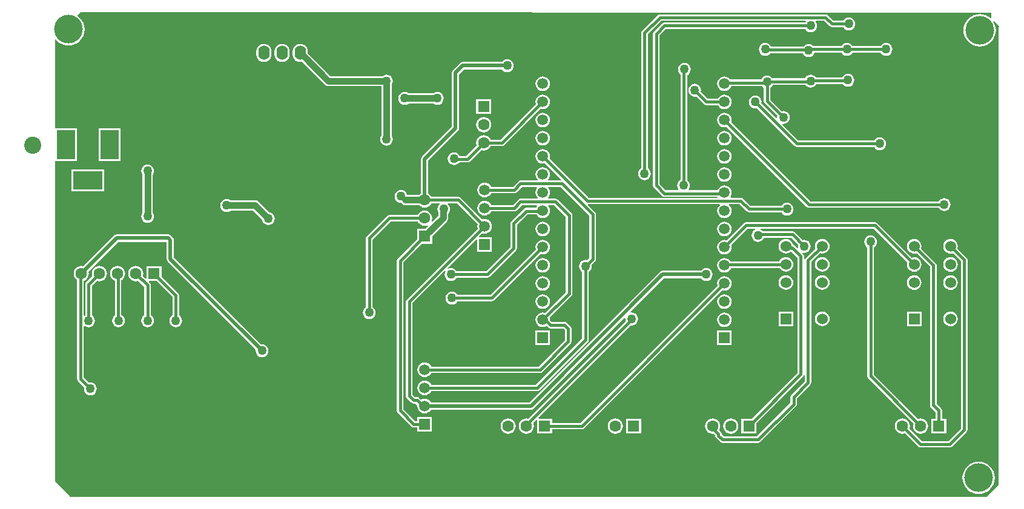
<source format=gbl>
G04*
G04 #@! TF.GenerationSoftware,Altium Limited,Altium Designer,21.2.1 (34)*
G04*
G04 Layer_Physical_Order=2*
G04 Layer_Color=16711680*
%FSTAX24Y24*%
%MOIN*%
G70*
G04*
G04 #@! TF.SameCoordinates,F2E00263-BE93-4D19-96D2-DD2F20D6CEC5*
G04*
G04*
G04 #@! TF.FilePolarity,Positive*
G04*
G01*
G75*
%ADD71C,0.0350*%
%ADD72C,0.0150*%
%ADD73C,0.0197*%
%ADD74C,0.0354*%
%ADD75R,0.1600X0.1000*%
%ADD76R,0.1000X0.1600*%
%ADD77C,0.0630*%
%ADD78R,0.0630X0.0630*%
%ADD79C,0.1575*%
%ADD80R,0.0598X0.0598*%
%ADD81C,0.0598*%
%ADD82R,0.0630X0.0630*%
%ADD83C,0.0600*%
%ADD84R,0.0600X0.0600*%
%ADD85O,0.0630X0.0787*%
%ADD86C,0.0945*%
%ADD87C,0.0500*%
G36*
X062Y0497D02*
Y049429D01*
X06195Y049406D01*
X061845Y049491D01*
X061691Y049574D01*
X061524Y049625D01*
X06135Y049642D01*
X061176Y049625D01*
X061009Y049574D01*
X060855Y049491D01*
X060719Y049381D01*
X060609Y049245D01*
X060526Y049091D01*
X060475Y048924D01*
X060458Y04875D01*
X060475Y048576D01*
X060526Y048409D01*
X060609Y048255D01*
X060719Y048119D01*
X060855Y048009D01*
X061009Y047926D01*
X061176Y047875D01*
X06135Y047858D01*
X061524Y047875D01*
X061691Y047926D01*
X061845Y048009D01*
X061981Y048119D01*
X062091Y048255D01*
X062174Y048409D01*
X062225Y048576D01*
X062242Y04875D01*
X062225Y048924D01*
X062174Y049091D01*
X0621Y049229D01*
X062141Y049259D01*
X06245Y04895D01*
X0624Y0489D01*
Y0237D01*
X06175Y02305D01*
X01125D01*
Y0231D01*
X01045Y0239D01*
Y04155D01*
X01165D01*
Y04335D01*
X01045D01*
Y048236D01*
X0105Y048254D01*
X010569Y048169D01*
X010705Y048059D01*
X010859Y047976D01*
X011026Y047925D01*
X0112Y047908D01*
X011374Y047925D01*
X011541Y047976D01*
X011695Y048059D01*
X011831Y048169D01*
X011941Y048305D01*
X012024Y048459D01*
X012075Y048626D01*
X012092Y0488D01*
X012075Y048974D01*
X012024Y049141D01*
X011941Y049295D01*
X011831Y049431D01*
X011705Y049534D01*
X011691Y049591D01*
X01185Y04975D01*
X062Y0497D01*
D02*
G37*
%LPC*%
G36*
X04375Y049628D02*
X043682Y049615D01*
X043624Y049576D01*
X043624Y049576D01*
X042774Y048726D01*
X042735Y048668D01*
X042722Y0486D01*
Y041154D01*
X04265Y0411D01*
X042594Y041027D01*
X042559Y040941D01*
X042547Y04085D01*
X042559Y040759D01*
X042594Y040673D01*
X04265Y0406D01*
X042723Y040544D01*
X042809Y040509D01*
X0429Y040497D01*
X042991Y040509D01*
X043077Y040544D01*
X04315Y0406D01*
X043206Y040673D01*
X043241Y040759D01*
X043253Y04085D01*
X043241Y040941D01*
X043206Y041027D01*
X04315Y0411D01*
X043078Y041154D01*
Y048526D01*
X043824Y049272D01*
X051754D01*
X051779Y049222D01*
X051746Y049178D01*
X044D01*
X043932Y049165D01*
X043874Y049126D01*
X043424Y048676D01*
X043385Y048618D01*
X043372Y04855D01*
Y0402D01*
X043385Y040132D01*
X043424Y040074D01*
X043862Y039636D01*
X04392Y039597D01*
X043988Y039584D01*
X043988Y039584D01*
X046927D01*
X04693Y039578D01*
X046902Y039528D01*
X039832D01*
X037679Y041681D01*
X037689Y041704D01*
X037703Y041808D01*
X037689Y041912D01*
X037649Y04201D01*
X037585Y042093D01*
X037501Y042157D01*
X037404Y042197D01*
X0373Y042211D01*
X037196Y042197D01*
X037099Y042157D01*
X037015Y042093D01*
X036951Y04201D01*
X036911Y041912D01*
X036897Y041808D01*
X036911Y041704D01*
X036951Y041607D01*
X037015Y041524D01*
X037099Y04146D01*
X037196Y041419D01*
X0373Y041406D01*
X037404Y041419D01*
X037427Y041429D01*
X038328Y040528D01*
X038307Y040478D01*
X0376D01*
X037597Y040487D01*
X037588Y040528D01*
X037649Y040607D01*
X037689Y040704D01*
X037703Y040808D01*
X037689Y040912D01*
X037649Y04101D01*
X037585Y041093D01*
X037501Y041157D01*
X037404Y041197D01*
X0373Y041211D01*
X037196Y041197D01*
X037099Y041157D01*
X037015Y041093D01*
X036951Y04101D01*
X036911Y040912D01*
X036897Y040808D01*
X036911Y040704D01*
X036951Y040607D01*
X037012Y040528D01*
X037003Y040487D01*
X037Y040478D01*
X036071D01*
X036071Y040478D01*
X036003Y040465D01*
X035945Y040426D01*
X035945Y040426D01*
X035647Y040128D01*
X034458D01*
X034449Y040151D01*
X034385Y040235D01*
X034301Y040299D01*
X034204Y040339D01*
X0341Y040353D01*
X033996Y040339D01*
X033899Y040299D01*
X033815Y040235D01*
X033751Y040151D01*
X033711Y040054D01*
X033697Y03995D01*
X033711Y039846D01*
X033751Y039749D01*
X033815Y039665D01*
X033899Y039601D01*
X033996Y039561D01*
X0341Y039547D01*
X034204Y039561D01*
X034301Y039601D01*
X034385Y039665D01*
X034449Y039749D01*
X034458Y039772D01*
X035721D01*
X035789Y039785D01*
X035847Y039824D01*
X036145Y040122D01*
X036974D01*
X036999Y040072D01*
X036951Y04001D01*
X036911Y039912D01*
X036897Y039808D01*
X036911Y039704D01*
X036951Y039607D01*
X037012Y039528D01*
X037003Y039487D01*
X037Y039478D01*
X036071D01*
X036071Y039478D01*
X036003Y039465D01*
X035945Y039426D01*
X035945Y039426D01*
X035647Y039128D01*
X034458D01*
X034449Y039151D01*
X034385Y039235D01*
X034301Y039299D01*
X034204Y039339D01*
X0341Y039353D01*
X033996Y039339D01*
X033899Y039299D01*
X033815Y039235D01*
X033751Y039151D01*
X033711Y039054D01*
X033697Y03895D01*
X033711Y038846D01*
X033751Y038749D01*
X033815Y038665D01*
X033899Y038601D01*
X033996Y038561D01*
X0341Y038547D01*
X034204Y038561D01*
X034301Y038601D01*
X034385Y038665D01*
X034449Y038749D01*
X034458Y038772D01*
X035721D01*
X035789Y038785D01*
X035847Y038824D01*
X036145Y039122D01*
X036974D01*
X036999Y039072D01*
X036951Y03901D01*
X036937Y038976D01*
X036397D01*
X036329Y038962D01*
X036271Y038924D01*
X036271Y038924D01*
X035574Y038226D01*
X035535Y038168D01*
X035522Y0381D01*
Y036824D01*
X034176Y035478D01*
X032554D01*
X0325Y03555D01*
X032427Y035606D01*
X032341Y035641D01*
X03225Y035653D01*
X032159Y035641D01*
X032073Y035606D01*
X032049Y035647D01*
X033655Y037252D01*
X033701Y037233D01*
Y036551D01*
X034499D01*
Y037349D01*
X033817D01*
X033798Y037395D01*
X033973Y037571D01*
X033996Y037561D01*
X0341Y037547D01*
X034204Y037561D01*
X034301Y037601D01*
X034385Y037665D01*
X034449Y037749D01*
X034489Y037846D01*
X034503Y03795D01*
X034489Y038054D01*
X034449Y038151D01*
X034385Y038235D01*
X034301Y038299D01*
X034204Y038339D01*
X0341Y038353D01*
X033996Y038339D01*
X033973Y038329D01*
X032776Y039526D01*
X032718Y039565D01*
X03265Y039578D01*
X031175D01*
X031162Y039609D01*
X031096Y039696D01*
X031009Y039762D01*
X031002Y039765D01*
Y041566D01*
X032643Y043207D01*
X032687Y043273D01*
X032702Y04335D01*
Y046316D01*
X032984Y046598D01*
X035064D01*
X0351Y04655D01*
X035173Y046494D01*
X035259Y046459D01*
X03535Y046447D01*
X035441Y046459D01*
X035527Y046494D01*
X0356Y04655D01*
X035656Y046623D01*
X035691Y046709D01*
X035703Y0468D01*
X035691Y046891D01*
X035656Y046977D01*
X0356Y04705D01*
X035527Y047106D01*
X035441Y047141D01*
X03535Y047153D01*
X035259Y047141D01*
X035173Y047106D01*
X0351Y04705D01*
X035064Y047002D01*
X0329D01*
X032823Y046987D01*
X032757Y046943D01*
X032357Y046543D01*
X032313Y046477D01*
X032298Y0464D01*
Y043434D01*
X030657Y041793D01*
X030613Y041727D01*
X030598Y04165D01*
Y039765D01*
X030591Y039762D01*
X030504Y039696D01*
X03049Y039677D01*
X029843D01*
X029841Y039691D01*
X029806Y039777D01*
X02975Y03985D01*
X029677Y039906D01*
X029591Y039941D01*
X0295Y039953D01*
X029409Y039941D01*
X029323Y039906D01*
X02925Y03985D01*
X029194Y039777D01*
X029159Y039691D01*
X029147Y0396D01*
X029159Y039509D01*
X029194Y039423D01*
X02925Y03935D01*
X029323Y039294D01*
X029409Y039259D01*
X0295Y039247D01*
X02951Y039248D01*
X029544Y039204D01*
X029602Y03916D01*
X029669Y039132D01*
X029741Y039123D01*
X03049D01*
X030504Y039104D01*
X030591Y039038D01*
X030692Y038996D01*
X0308Y038981D01*
X030908Y038996D01*
X031009Y039038D01*
X031096Y039104D01*
X031162Y039191D01*
X031175Y039222D01*
X031612D01*
X031629Y039172D01*
X0316Y03915D01*
X031544Y039077D01*
X031509Y038991D01*
X031497Y0389D01*
X031509Y038809D01*
X031544Y038724D01*
Y038536D01*
X031229Y038222D01*
X031187Y03825D01*
X031204Y038292D01*
X031219Y0384D01*
X031204Y038508D01*
X031162Y038609D01*
X031096Y038696D01*
X031009Y038762D01*
X030908Y038804D01*
X0308Y038819D01*
X030692Y038804D01*
X030591Y038762D01*
X030504Y038696D01*
X030438Y038609D01*
X030425Y038578D01*
X02885D01*
X02885Y038578D01*
X028782Y038565D01*
X028724Y038526D01*
X027624Y037426D01*
X027585Y037368D01*
X027572Y0373D01*
Y033504D01*
X0275Y03345D01*
X027444Y033377D01*
X027409Y033291D01*
X027397Y0332D01*
X027409Y033109D01*
X027444Y033023D01*
X0275Y03295D01*
X027573Y032894D01*
X027659Y032859D01*
X02775Y032847D01*
X027841Y032859D01*
X027927Y032894D01*
X028Y03295D01*
X028056Y033023D01*
X028091Y033109D01*
X028103Y0332D01*
X028091Y033291D01*
X028056Y033377D01*
X028Y03345D01*
X027928Y033504D01*
Y037226D01*
X028924Y038222D01*
X030425D01*
X030438Y038191D01*
X030504Y038104D01*
X030591Y038038D01*
X030692Y037996D01*
X0308Y037981D01*
X030908Y037996D01*
X03095Y038013D01*
X030978Y037971D01*
X030823Y037815D01*
X030385D01*
Y037237D01*
X029324Y036176D01*
X029285Y036118D01*
X029272Y03605D01*
Y0278D01*
X029285Y027732D01*
X029324Y027674D01*
X030074Y026924D01*
X030132Y026885D01*
X0302Y026872D01*
X030401D01*
Y026651D01*
X031199D01*
Y027449D01*
X030401D01*
Y027228D01*
X030274D01*
X029628Y027874D01*
Y035976D01*
X030637Y036985D01*
X031215D01*
Y037423D01*
X032017Y038225D01*
X032062Y038283D01*
X032089Y03835D01*
X032099Y038421D01*
Y03865D01*
X0321Y03865D01*
X032156Y038723D01*
X032191Y038809D01*
X032203Y0389D01*
X032191Y038991D01*
X032156Y039077D01*
X0321Y03915D01*
X032071Y039172D01*
X032088Y039222D01*
X032576D01*
X033721Y038077D01*
X033711Y038054D01*
X033697Y03795D01*
X033711Y037846D01*
X033721Y037823D01*
X029824Y033926D01*
X029785Y033868D01*
X029772Y0338D01*
Y0286D01*
X029785Y028532D01*
X029824Y028474D01*
X030056Y028242D01*
X030114Y028203D01*
X030182Y028189D01*
X030303D01*
X030403Y02809D01*
X030397Y02805D01*
X030411Y027946D01*
X030451Y027849D01*
X030515Y027765D01*
X030599Y027701D01*
X030696Y027661D01*
X0308Y027647D01*
X030904Y027661D01*
X031001Y027701D01*
X031085Y027765D01*
X031148Y027848D01*
X03665D01*
X036727Y027863D01*
X036793Y027907D01*
X041806Y03292D01*
X041853Y032896D01*
X041847Y03285D01*
X041859Y032759D01*
X041873Y032725D01*
X036503Y027355D01*
X0364Y027369D01*
X036292Y027354D01*
X036191Y027312D01*
X036104Y027246D01*
X036038Y027159D01*
X035996Y027058D01*
X035981Y02695D01*
X035996Y026842D01*
X036038Y026741D01*
X036104Y026654D01*
X036191Y026588D01*
X036292Y026546D01*
X0364Y026531D01*
X036508Y026546D01*
X036609Y026588D01*
X036696Y026654D01*
X036762Y026741D01*
X036804Y026842D01*
X036819Y02695D01*
X036804Y027058D01*
X036777Y027125D01*
X036939Y027287D01*
X036985Y027267D01*
Y026535D01*
X037815D01*
Y026772D01*
X039442D01*
X03951Y026785D01*
X039568Y026824D01*
X047173Y034429D01*
X047196Y034419D01*
X0473Y034406D01*
X047404Y034419D01*
X047501Y03446D01*
X047585Y034524D01*
X047649Y034607D01*
X047689Y034704D01*
X047703Y034808D01*
X047689Y034912D01*
X047649Y03501D01*
X047585Y035093D01*
X047501Y035157D01*
X047404Y035197D01*
X0473Y035211D01*
X047196Y035197D01*
X047099Y035157D01*
X047015Y035093D01*
X046951Y03501D01*
X046911Y034912D01*
X046897Y034808D01*
X046911Y034704D01*
X046921Y034681D01*
X039368Y027128D01*
X037815D01*
Y027365D01*
X037083D01*
X037063Y027411D01*
X042155Y032503D01*
X0422Y032497D01*
X042291Y032509D01*
X042377Y032544D01*
X04245Y0326D01*
X042506Y032673D01*
X042541Y032759D01*
X042553Y03285D01*
X042541Y032941D01*
X042506Y033027D01*
X04245Y0331D01*
X042377Y033156D01*
X042291Y033191D01*
X0422Y033203D01*
X042154Y033197D01*
X04213Y033244D01*
X043984Y035098D01*
X046014D01*
X04605Y03505D01*
X046123Y034994D01*
X046209Y034959D01*
X0463Y034947D01*
X046391Y034959D01*
X046477Y034994D01*
X04655Y03505D01*
X046606Y035123D01*
X046641Y035209D01*
X046653Y0353D01*
X046641Y035391D01*
X046606Y035477D01*
X04655Y03555D01*
X046477Y035606D01*
X046391Y035641D01*
X0463Y035653D01*
X046209Y035641D01*
X046123Y035606D01*
X04605Y03555D01*
X046014Y035502D01*
X0439D01*
X043823Y035487D01*
X043757Y035443D01*
X036566Y028252D01*
X031148D01*
X031085Y028335D01*
X031001Y028399D01*
X030904Y028439D01*
X0308Y028453D01*
X030696Y028439D01*
X030599Y028399D01*
X030598Y028398D01*
X030503Y028494D01*
X030445Y028533D01*
X030377Y028546D01*
X030256D01*
X030128Y028674D01*
Y033726D01*
X031903Y035501D01*
X031944Y035477D01*
X031909Y035391D01*
X031897Y0353D01*
X031909Y035209D01*
X031944Y035123D01*
X032Y03505D01*
X032073Y034994D01*
X032159Y034959D01*
X03225Y034947D01*
X032341Y034959D01*
X032427Y034994D01*
X0325Y03505D01*
X032554Y035122D01*
X03425D01*
X034318Y035135D01*
X034376Y035174D01*
X035826Y036624D01*
X035826Y036624D01*
X035865Y036682D01*
X035878Y03675D01*
X035878Y03675D01*
Y038026D01*
X036471Y038619D01*
X036946D01*
X036951Y038607D01*
X037015Y038524D01*
X037099Y03846D01*
X037196Y038419D01*
X0373Y038406D01*
X037404Y038419D01*
X037501Y03846D01*
X037585Y038524D01*
X037649Y038607D01*
X037689Y038704D01*
X037703Y038808D01*
X037689Y038912D01*
X037649Y03901D01*
X037601Y039072D01*
X037626Y039122D01*
X037926D01*
X038572Y038476D01*
Y034332D01*
X037427Y033188D01*
X037404Y033197D01*
X0373Y033211D01*
X037196Y033197D01*
X037099Y033157D01*
X037015Y033093D01*
X036951Y03301D01*
X036911Y032912D01*
X036897Y032808D01*
X036911Y032704D01*
X036951Y032607D01*
X037015Y032524D01*
X037099Y03246D01*
X037196Y032419D01*
X0373Y032406D01*
X037404Y032419D01*
X037501Y03246D01*
X037511Y032467D01*
X037593Y032384D01*
X037593Y032384D01*
X037651Y032345D01*
X037719Y032332D01*
X037719Y032332D01*
X038428D01*
X038522Y032238D01*
Y031674D01*
X037076Y030228D01*
X031158D01*
X031149Y030251D01*
X031085Y030335D01*
X031001Y030399D01*
X030904Y030439D01*
X0308Y030453D01*
X030696Y030439D01*
X030599Y030399D01*
X030515Y030335D01*
X030451Y030251D01*
X030411Y030154D01*
X030397Y03005D01*
X030411Y029946D01*
X030451Y029849D01*
X030515Y029765D01*
X030599Y029701D01*
X030696Y029661D01*
X0308Y029647D01*
X030904Y029661D01*
X031001Y029701D01*
X031085Y029765D01*
X031149Y029849D01*
X031158Y029872D01*
X03715D01*
X037218Y029885D01*
X037276Y029924D01*
X038826Y031474D01*
X038865Y031532D01*
X038878Y0316D01*
Y032312D01*
X038878Y032312D01*
X038865Y03238D01*
X038826Y032438D01*
X038826Y032438D01*
X038628Y032636D01*
X03857Y032675D01*
X038502Y032689D01*
X037793D01*
X037699Y032783D01*
X037703Y032808D01*
X037689Y032912D01*
X037679Y032935D01*
X038876Y034132D01*
X038876Y034132D01*
X038915Y03419D01*
X038928Y034258D01*
X038928Y034258D01*
Y03855D01*
X038915Y038618D01*
X038876Y038676D01*
X038126Y039426D01*
X038068Y039465D01*
X038Y039478D01*
X0376D01*
X037597Y039487D01*
X037588Y039528D01*
X037649Y039607D01*
X037689Y039704D01*
X037703Y039808D01*
X037689Y039912D01*
X037649Y04001D01*
X037601Y040072D01*
X037626Y040122D01*
X038276D01*
X039872Y038526D01*
Y036224D01*
X039739Y036091D01*
X03965Y036103D01*
X039559Y036091D01*
X039473Y036056D01*
X0394Y036D01*
X039344Y035927D01*
X039309Y035841D01*
X039297Y03575D01*
X039309Y035659D01*
X039344Y035573D01*
X0394Y0355D01*
X039472Y035446D01*
Y031774D01*
X036926Y029228D01*
X031158D01*
X031149Y029251D01*
X031085Y029335D01*
X031001Y029399D01*
X030904Y029439D01*
X0308Y029453D01*
X030696Y029439D01*
X030599Y029399D01*
X030515Y029335D01*
X030451Y029251D01*
X030411Y029154D01*
X030397Y02905D01*
X030411Y028946D01*
X030451Y028849D01*
X030515Y028765D01*
X030599Y028701D01*
X030696Y028661D01*
X0308Y028647D01*
X030904Y028661D01*
X031001Y028701D01*
X031085Y028765D01*
X031149Y028849D01*
X031158Y028872D01*
X037D01*
X037068Y028885D01*
X037126Y028924D01*
X039776Y031574D01*
X039815Y031632D01*
X039828Y0317D01*
X039828Y0317D01*
Y035446D01*
X0399Y0355D01*
X039956Y035573D01*
X039991Y035659D01*
X040003Y03575D01*
X039991Y035839D01*
X040176Y036024D01*
X040176Y036024D01*
X040215Y036082D01*
X040228Y03615D01*
Y0386D01*
X040215Y038668D01*
X040176Y038726D01*
X039781Y039122D01*
X039801Y039172D01*
X047032D01*
X047035Y039169D01*
X047039Y039169D01*
X04705Y03912D01*
X047015Y039093D01*
X046951Y03901D01*
X046911Y038912D01*
X046897Y038808D01*
X046911Y038704D01*
X046951Y038607D01*
X047015Y038524D01*
X047099Y03846D01*
X047196Y038419D01*
X0473Y038406D01*
X047404Y038419D01*
X047501Y03846D01*
X047585Y038524D01*
X047649Y038607D01*
X047689Y038704D01*
X047703Y038808D01*
X047689Y038912D01*
X047649Y03901D01*
X047585Y039093D01*
X04755Y03912D01*
X047561Y039169D01*
X047565Y039169D01*
X047568Y039172D01*
X048129D01*
X048526Y038774D01*
X048584Y038735D01*
X048653Y038722D01*
X050446D01*
X0505Y03865D01*
X050573Y038594D01*
X050659Y038559D01*
X05075Y038547D01*
X050841Y038559D01*
X050927Y038594D01*
X051Y03865D01*
X051056Y038723D01*
X051091Y038809D01*
X051103Y0389D01*
X051091Y038991D01*
X051056Y039077D01*
X051Y03915D01*
X050927Y039206D01*
X050841Y039241D01*
X05075Y039253D01*
X050659Y039241D01*
X050573Y039206D01*
X0505Y03915D01*
X050446Y039078D01*
X048727D01*
X048329Y039476D01*
X048271Y039515D01*
X048203Y039528D01*
X047645D01*
X047623Y039573D01*
X047649Y039607D01*
X047689Y039704D01*
X047703Y039808D01*
X047689Y039912D01*
X047649Y04001D01*
X047585Y040093D01*
X047501Y040157D01*
X047404Y040197D01*
X0473Y040211D01*
X047196Y040197D01*
X047099Y040157D01*
X047015Y040093D01*
X046951Y04001D01*
X046923Y039941D01*
X045355D01*
X04533Y039991D01*
X045356Y040023D01*
X045391Y040109D01*
X045403Y0402D01*
X045391Y040291D01*
X045356Y040377D01*
X0453Y04045D01*
X045253Y040485D01*
Y046285D01*
X045277Y046294D01*
X04535Y04635D01*
X045406Y046423D01*
X045441Y046509D01*
X045453Y0466D01*
X045441Y046691D01*
X045406Y046777D01*
X04535Y04685D01*
X045277Y046906D01*
X045191Y046941D01*
X0451Y046953D01*
X045009Y046941D01*
X044923Y046906D01*
X04485Y04685D01*
X044794Y046777D01*
X044759Y046691D01*
X044747Y0466D01*
X044759Y046509D01*
X044794Y046423D01*
X04485Y04635D01*
X044897Y046315D01*
Y040515D01*
X044873Y040506D01*
X0448Y04045D01*
X044744Y040377D01*
X044709Y040291D01*
X044697Y0402D01*
X044709Y040109D01*
X044744Y040023D01*
X04477Y039991D01*
X044745Y039941D01*
X044062D01*
X043728Y040274D01*
Y048476D01*
X044074Y048822D01*
X051746D01*
X0518Y04875D01*
X051873Y048694D01*
X051959Y048659D01*
X05205Y048647D01*
X052141Y048659D01*
X052227Y048694D01*
X0523Y04875D01*
X052356Y048823D01*
X052391Y048909D01*
X052403Y049D01*
X052391Y049091D01*
X052356Y049177D01*
X052321Y049222D01*
X052346Y049272D01*
X0528D01*
X053097Y048974D01*
X053097Y048974D01*
X053155Y048935D01*
X053224Y048922D01*
X053224Y048922D01*
X053846D01*
X0539Y04885D01*
X053973Y048794D01*
X054059Y048759D01*
X05415Y048747D01*
X054241Y048759D01*
X054327Y048794D01*
X0544Y04885D01*
X054456Y048923D01*
X054491Y049009D01*
X054503Y0491D01*
X054491Y049191D01*
X054456Y049277D01*
X0544Y04935D01*
X054327Y049406D01*
X054241Y049441D01*
X05415Y049453D01*
X054059Y049441D01*
X053973Y049406D01*
X0539Y04935D01*
X053846Y049278D01*
X053297D01*
X053Y049576D01*
X052942Y049615D01*
X052874Y049628D01*
X04375D01*
X04375Y049628D01*
D02*
G37*
G36*
X0562Y048053D02*
X056109Y048041D01*
X056023Y048006D01*
X05595Y04795D01*
X055896Y047878D01*
X054354D01*
X0543Y04795D01*
X054227Y048006D01*
X054141Y048041D01*
X05405Y048053D01*
X053959Y048041D01*
X053873Y048006D01*
X0538Y04795D01*
X053746Y047878D01*
X052188D01*
X052184Y047884D01*
X05211Y04794D01*
X052025Y047975D01*
X051934Y047987D01*
X051843Y047975D01*
X051757Y04794D01*
X051684Y047884D01*
X051655Y047845D01*
X049869D01*
X049856Y047877D01*
X0498Y04795D01*
X049727Y048006D01*
X049641Y048041D01*
X04955Y048053D01*
X049459Y048041D01*
X049373Y048006D01*
X0493Y04795D01*
X049244Y047877D01*
X049209Y047791D01*
X049197Y0477D01*
X049209Y047609D01*
X049244Y047523D01*
X0493Y04745D01*
X049373Y047394D01*
X049459Y047359D01*
X04955Y047347D01*
X049641Y047359D01*
X049727Y047394D01*
X0498Y04745D01*
X049829Y047489D01*
X051615D01*
X051628Y047457D01*
X051684Y047384D01*
X051757Y047328D01*
X051843Y047293D01*
X051934Y047281D01*
X052025Y047293D01*
X05211Y047328D01*
X052184Y047384D01*
X05224Y047457D01*
X052266Y047522D01*
X053746D01*
X0538Y04745D01*
X053873Y047394D01*
X053959Y047359D01*
X05405Y047347D01*
X054141Y047359D01*
X054227Y047394D01*
X0543Y04745D01*
X054354Y047522D01*
X055896D01*
X05595Y04745D01*
X056023Y047394D01*
X056109Y047359D01*
X0562Y047347D01*
X056291Y047359D01*
X056377Y047394D01*
X05645Y04745D01*
X056506Y047523D01*
X056541Y047609D01*
X056553Y0477D01*
X056541Y047791D01*
X056506Y047877D01*
X05645Y04795D01*
X056377Y048006D01*
X056291Y048041D01*
X0562Y048053D01*
D02*
G37*
G36*
X02295Y047997D02*
X022842Y047983D01*
X022741Y047941D01*
X022654Y047875D01*
X022588Y047788D01*
X022546Y047687D01*
X022531Y047579D01*
Y047421D01*
X022546Y047313D01*
X022588Y047212D01*
X022654Y047125D01*
X022741Y047059D01*
X022842Y047017D01*
X02295Y047003D01*
X023058Y047017D01*
X023159Y047059D01*
X023246Y047125D01*
X023312Y047212D01*
X023354Y047313D01*
X023369Y047421D01*
Y047579D01*
X023354Y047687D01*
X023312Y047788D01*
X023246Y047875D01*
X023159Y047941D01*
X023058Y047983D01*
X02295Y047997D01*
D02*
G37*
G36*
X02195D02*
X021842Y047983D01*
X021741Y047941D01*
X021654Y047875D01*
X021588Y047788D01*
X021546Y047687D01*
X021531Y047579D01*
Y047421D01*
X021546Y047313D01*
X021588Y047212D01*
X021654Y047125D01*
X021741Y047059D01*
X021842Y047017D01*
X02195Y047003D01*
X022058Y047017D01*
X022159Y047059D01*
X022246Y047125D01*
X022312Y047212D01*
X022354Y047313D01*
X022369Y047421D01*
Y047579D01*
X022354Y047687D01*
X022312Y047788D01*
X022246Y047875D01*
X022159Y047941D01*
X022058Y047983D01*
X02195Y047997D01*
D02*
G37*
G36*
X0541Y046353D02*
X054009Y046341D01*
X053923Y046306D01*
X05385Y04625D01*
X053794Y046177D01*
X053785Y046153D01*
X052335D01*
X0523Y0462D01*
X052227Y046256D01*
X052141Y046291D01*
X05205Y046303D01*
X051959Y046291D01*
X051873Y046256D01*
X0518Y0462D01*
X051744Y046127D01*
X051735Y046103D01*
X049935D01*
X0499Y04615D01*
X049827Y046206D01*
X049741Y046241D01*
X04965Y046253D01*
X049559Y046241D01*
X049473Y046206D01*
X0494Y04615D01*
X049344Y046077D01*
X049326Y046033D01*
X047631D01*
X047585Y046093D01*
X047501Y046157D01*
X047404Y046197D01*
X0473Y046211D01*
X047196Y046197D01*
X047099Y046157D01*
X047015Y046093D01*
X046951Y04601D01*
X046911Y045912D01*
X046897Y045808D01*
X046911Y045704D01*
X046951Y045607D01*
X047015Y045524D01*
X047099Y04546D01*
X047196Y045419D01*
X0473Y045406D01*
X047404Y045419D01*
X047501Y04546D01*
X047585Y045524D01*
X047649Y045607D01*
X047677Y045676D01*
X049381D01*
X0494Y04565D01*
X049472Y045596D01*
Y04485D01*
X049485Y044782D01*
X049524Y044724D01*
X050209Y044039D01*
X050197Y04395D01*
X050201Y043922D01*
X050153Y043899D01*
X049341Y044711D01*
X049353Y0448D01*
X049341Y044891D01*
X049306Y044977D01*
X04925Y04505D01*
X049177Y045106D01*
X049091Y045141D01*
X049Y045153D01*
X048909Y045141D01*
X048823Y045106D01*
X04875Y04505D01*
X048694Y044977D01*
X048659Y044891D01*
X048647Y0448D01*
X048659Y044709D01*
X048694Y044623D01*
X04875Y04455D01*
X048823Y044494D01*
X048909Y044459D01*
X049Y044447D01*
X049089Y044459D01*
X051174Y042374D01*
X051232Y042335D01*
X0513Y042322D01*
X055546D01*
X0556Y04225D01*
X055673Y042194D01*
X055759Y042159D01*
X05585Y042147D01*
X055941Y042159D01*
X056027Y042194D01*
X0561Y04225D01*
X056156Y042323D01*
X056191Y042409D01*
X056203Y0425D01*
X056191Y042591D01*
X056156Y042677D01*
X0561Y04275D01*
X056027Y042806D01*
X055941Y042841D01*
X05585Y042853D01*
X055759Y042841D01*
X055673Y042806D01*
X0556Y04275D01*
X055546Y042678D01*
X051374D01*
X050499Y043553D01*
X050522Y043601D01*
X05055Y043597D01*
X050641Y043609D01*
X050727Y043644D01*
X0508Y0437D01*
X050856Y043773D01*
X050891Y043859D01*
X050903Y04395D01*
X050891Y044041D01*
X050856Y044127D01*
X0508Y0442D01*
X050727Y044256D01*
X050641Y044291D01*
X05055Y044303D01*
X050461Y044291D01*
X049828Y044924D01*
Y045596D01*
X0499Y04565D01*
X049956Y045723D01*
X049965Y045747D01*
X051765D01*
X0518Y0457D01*
X051873Y045644D01*
X051959Y045609D01*
X05205Y045597D01*
X052141Y045609D01*
X052227Y045644D01*
X0523Y0457D01*
X052356Y045773D01*
X052365Y045797D01*
X053815D01*
X05385Y04575D01*
X053923Y045694D01*
X054009Y045659D01*
X0541Y045647D01*
X054191Y045659D01*
X054277Y045694D01*
X05435Y04575D01*
X054406Y045823D01*
X054441Y045909D01*
X054453Y046D01*
X054441Y046091D01*
X054406Y046177D01*
X05435Y04625D01*
X054277Y046306D01*
X054191Y046341D01*
X0541Y046353D01*
D02*
G37*
G36*
X0373Y046211D02*
X037196Y046197D01*
X037099Y046157D01*
X037015Y046093D01*
X036951Y04601D01*
X036911Y045912D01*
X036897Y045808D01*
X036911Y045704D01*
X036951Y045607D01*
X037015Y045524D01*
X037099Y04546D01*
X037196Y045419D01*
X0373Y045406D01*
X037404Y045419D01*
X037501Y04546D01*
X037585Y045524D01*
X037649Y045607D01*
X037689Y045704D01*
X037703Y045808D01*
X037689Y045912D01*
X037649Y04601D01*
X037585Y046093D01*
X037501Y046157D01*
X037404Y046197D01*
X0373Y046211D01*
D02*
G37*
G36*
X0315Y045353D02*
X031409Y045341D01*
X031323Y045306D01*
X031287Y045277D01*
X029913D01*
X029877Y045306D01*
X029791Y045341D01*
X0297Y045353D01*
X029609Y045341D01*
X029523Y045306D01*
X02945Y04525D01*
X029394Y045177D01*
X029359Y045091D01*
X029347Y045D01*
X029359Y044909D01*
X029394Y044823D01*
X02945Y04475D01*
X029523Y044694D01*
X029609Y044659D01*
X0297Y044647D01*
X029791Y044659D01*
X029877Y044694D01*
X029913Y044723D01*
X031287D01*
X031323Y044694D01*
X031409Y044659D01*
X0315Y044647D01*
X031591Y044659D01*
X031677Y044694D01*
X03175Y04475D01*
X031806Y044823D01*
X031841Y044909D01*
X031853Y045D01*
X031841Y045091D01*
X031806Y045177D01*
X03175Y04525D01*
X031677Y045306D01*
X031591Y045341D01*
X0315Y045353D01*
D02*
G37*
G36*
X045665Y045801D02*
X045574Y045789D01*
X045489Y045754D01*
X045416Y045698D01*
X045359Y045625D01*
X045324Y045539D01*
X045312Y045448D01*
X045324Y045357D01*
X045359Y045271D01*
X045416Y045198D01*
X045489Y045142D01*
X045574Y045107D01*
X045665Y045095D01*
X045754Y045107D01*
X046179Y044682D01*
X046179Y044682D01*
X046237Y044643D01*
X046305Y04463D01*
X046305Y04463D01*
X046942D01*
X046951Y044607D01*
X047015Y044524D01*
X047099Y04446D01*
X047196Y044419D01*
X0473Y044406D01*
X047404Y044419D01*
X047501Y04446D01*
X047585Y044524D01*
X047649Y044607D01*
X047689Y044704D01*
X047703Y044808D01*
X047689Y044912D01*
X047649Y04501D01*
X047585Y045093D01*
X047501Y045157D01*
X047404Y045197D01*
X0473Y045211D01*
X047196Y045197D01*
X047099Y045157D01*
X047015Y045093D01*
X046951Y04501D01*
X046942Y044987D01*
X046379D01*
X046006Y045359D01*
X046018Y045448D01*
X046006Y045539D01*
X045971Y045625D01*
X045915Y045698D01*
X045842Y045754D01*
X045757Y045789D01*
X045665Y045801D01*
D02*
G37*
G36*
X0373Y045211D02*
X037196Y045197D01*
X037099Y045157D01*
X037015Y045093D01*
X036951Y04501D01*
X036911Y044912D01*
X036897Y044808D01*
X036911Y044704D01*
X036921Y044681D01*
X034968Y042728D01*
X034425D01*
X034412Y042759D01*
X034346Y042846D01*
X034259Y042912D01*
X034158Y042954D01*
X03405Y042969D01*
X033942Y042954D01*
X033841Y042912D01*
X033754Y042846D01*
X033688Y042759D01*
X033646Y042658D01*
X033631Y04255D01*
X033646Y042442D01*
X033658Y042411D01*
X033076Y041828D01*
X03274D01*
X032731Y041852D01*
X032675Y041925D01*
X032602Y041981D01*
X032516Y042016D01*
X032425Y042028D01*
X032334Y042016D01*
X032248Y041981D01*
X032175Y041925D01*
X032119Y041852D01*
X032084Y041766D01*
X032072Y041675D01*
X032084Y041584D01*
X032119Y041498D01*
X032175Y041425D01*
X032248Y041369D01*
X032334Y041334D01*
X032425Y041322D01*
X032516Y041334D01*
X032602Y041369D01*
X032675Y041425D01*
X03271Y041472D01*
X03315D01*
X033218Y041485D01*
X033276Y041524D01*
X033911Y042158D01*
X033942Y042146D01*
X03405Y042131D01*
X034158Y042146D01*
X034259Y042188D01*
X034346Y042254D01*
X034412Y042341D01*
X034425Y042372D01*
X035042D01*
X03511Y042385D01*
X035168Y042424D01*
X037173Y044429D01*
X037196Y044419D01*
X0373Y044406D01*
X037404Y044419D01*
X037501Y04446D01*
X037585Y044524D01*
X037649Y044607D01*
X037689Y044704D01*
X037703Y044808D01*
X037689Y044912D01*
X037649Y04501D01*
X037585Y045093D01*
X037501Y045157D01*
X037404Y045197D01*
X0373Y045211D01*
D02*
G37*
G36*
X034465Y044965D02*
X033635D01*
Y044135D01*
X034465D01*
Y044965D01*
D02*
G37*
G36*
X0373Y044211D02*
X037196Y044197D01*
X037099Y044157D01*
X037015Y044093D01*
X036951Y04401D01*
X036911Y043912D01*
X036897Y043808D01*
X036911Y043704D01*
X036951Y043607D01*
X037015Y043524D01*
X037099Y04346D01*
X037196Y043419D01*
X0373Y043406D01*
X037404Y043419D01*
X037501Y04346D01*
X037585Y043524D01*
X037649Y043607D01*
X037689Y043704D01*
X037703Y043808D01*
X037689Y043912D01*
X037649Y04401D01*
X037585Y044093D01*
X037501Y044157D01*
X037404Y044197D01*
X0373Y044211D01*
D02*
G37*
G36*
X03405Y043969D02*
X033942Y043954D01*
X033841Y043912D01*
X033754Y043846D01*
X033688Y043759D01*
X033646Y043658D01*
X033631Y04355D01*
X033646Y043442D01*
X033688Y043341D01*
X033754Y043254D01*
X033841Y043188D01*
X033942Y043146D01*
X03405Y043131D01*
X034158Y043146D01*
X034259Y043188D01*
X034346Y043254D01*
X034412Y043341D01*
X034454Y043442D01*
X034469Y04355D01*
X034454Y043658D01*
X034412Y043759D01*
X034346Y043846D01*
X034259Y043912D01*
X034158Y043954D01*
X03405Y043969D01*
D02*
G37*
G36*
X0473Y043211D02*
X047196Y043197D01*
X047099Y043157D01*
X047015Y043093D01*
X046951Y04301D01*
X046911Y042912D01*
X046897Y042808D01*
X046911Y042704D01*
X046951Y042607D01*
X047015Y042524D01*
X047099Y04246D01*
X047196Y042419D01*
X0473Y042406D01*
X047404Y042419D01*
X047501Y04246D01*
X047585Y042524D01*
X047649Y042607D01*
X047689Y042704D01*
X047703Y042808D01*
X047689Y042912D01*
X047649Y04301D01*
X047585Y043093D01*
X047501Y043157D01*
X047404Y043197D01*
X0473Y043211D01*
D02*
G37*
G36*
X0373D02*
X037196Y043197D01*
X037099Y043157D01*
X037015Y043093D01*
X036951Y04301D01*
X036911Y042912D01*
X036897Y042808D01*
X036911Y042704D01*
X036951Y042607D01*
X037015Y042524D01*
X037099Y04246D01*
X037196Y042419D01*
X0373Y042406D01*
X037404Y042419D01*
X037501Y04246D01*
X037585Y042524D01*
X037649Y042607D01*
X037689Y042704D01*
X037703Y042808D01*
X037689Y042912D01*
X037649Y04301D01*
X037585Y043093D01*
X037501Y043157D01*
X037404Y043197D01*
X0373Y043211D01*
D02*
G37*
G36*
X02395Y047997D02*
X023842Y047983D01*
X023741Y047941D01*
X023654Y047875D01*
X023588Y047788D01*
X023546Y047687D01*
X023531Y047579D01*
Y047421D01*
X023546Y047313D01*
X023588Y047212D01*
X023654Y047125D01*
X023741Y047059D01*
X023842Y047017D01*
X02395Y047003D01*
X024043Y047015D01*
X025304Y045754D01*
X025361Y04571D01*
X025428Y045682D01*
X0255Y045673D01*
X028423D01*
Y042963D01*
X028394Y042927D01*
X028359Y042841D01*
X028347Y04275D01*
X028359Y042659D01*
X028394Y042573D01*
X02845Y0425D01*
X028523Y042444D01*
X028609Y042409D01*
X0287Y042397D01*
X028791Y042409D01*
X028877Y042444D01*
X02895Y0425D01*
X029006Y042573D01*
X029041Y042659D01*
X029053Y04275D01*
X029041Y042841D01*
X029006Y042927D01*
X028977Y042963D01*
Y045737D01*
X029006Y045773D01*
X029041Y045859D01*
X029053Y04595D01*
X029041Y046041D01*
X029006Y046127D01*
X02895Y0462D01*
X028877Y046256D01*
X028791Y046291D01*
X0287Y046303D01*
X028609Y046291D01*
X028523Y046256D01*
X028487Y046227D01*
X025615D01*
X024369Y047474D01*
Y047579D01*
X024354Y047687D01*
X024312Y047788D01*
X024246Y047875D01*
X024159Y047941D01*
X024058Y047983D01*
X02395Y047997D01*
D02*
G37*
G36*
X01405Y04336D02*
X01285D01*
Y04156D01*
X01405D01*
Y04336D01*
D02*
G37*
G36*
X0473Y042211D02*
X047196Y042197D01*
X047099Y042157D01*
X047015Y042093D01*
X046951Y04201D01*
X046911Y041912D01*
X046897Y041808D01*
X046911Y041704D01*
X046951Y041607D01*
X047015Y041524D01*
X047099Y04146D01*
X047196Y041419D01*
X0473Y041406D01*
X047404Y041419D01*
X047501Y04146D01*
X047585Y041524D01*
X047649Y041607D01*
X047689Y041704D01*
X047703Y041808D01*
X047689Y041912D01*
X047649Y04201D01*
X047585Y042093D01*
X047501Y042157D01*
X047404Y042197D01*
X0473Y042211D01*
D02*
G37*
G36*
Y041211D02*
X047196Y041197D01*
X047099Y041157D01*
X047015Y041093D01*
X046951Y04101D01*
X046911Y040912D01*
X046897Y040808D01*
X046911Y040704D01*
X046951Y040607D01*
X047015Y040524D01*
X047099Y04046D01*
X047196Y040419D01*
X0473Y040406D01*
X047404Y040419D01*
X047501Y04046D01*
X047585Y040524D01*
X047649Y040607D01*
X047689Y040704D01*
X047703Y040808D01*
X047689Y040912D01*
X047649Y04101D01*
X047585Y041093D01*
X047501Y041157D01*
X047404Y041197D01*
X0473Y041211D01*
D02*
G37*
G36*
X01316Y04108D02*
X01136D01*
Y03988D01*
X01316D01*
Y04108D01*
D02*
G37*
G36*
X0473Y044211D02*
X047196Y044197D01*
X047099Y044157D01*
X047015Y044093D01*
X046951Y04401D01*
X046911Y043912D01*
X046897Y043808D01*
X046911Y043704D01*
X046951Y043607D01*
X047015Y043524D01*
X047099Y04346D01*
X047196Y043419D01*
X0473Y043406D01*
X047404Y043419D01*
X047427Y043429D01*
X051832Y039024D01*
X051832Y039024D01*
X05189Y038985D01*
X051958Y038972D01*
X051958Y038972D01*
X059096D01*
X05915Y0389D01*
X059223Y038844D01*
X059309Y038809D01*
X0594Y038797D01*
X059491Y038809D01*
X059577Y038844D01*
X05965Y0389D01*
X059706Y038973D01*
X059741Y039059D01*
X059753Y03915D01*
X059741Y039241D01*
X059706Y039327D01*
X05965Y0394D01*
X059577Y039456D01*
X059491Y039491D01*
X0594Y039503D01*
X059309Y039491D01*
X059223Y039456D01*
X05915Y0394D01*
X059096Y039328D01*
X052032D01*
X047679Y043681D01*
X047689Y043704D01*
X047703Y043808D01*
X047689Y043912D01*
X047649Y04401D01*
X047585Y044093D01*
X047501Y044157D01*
X047404Y044197D01*
X0473Y044211D01*
D02*
G37*
G36*
X01555Y041353D02*
X015459Y041341D01*
X015373Y041306D01*
X0153Y04125D01*
X015244Y041177D01*
X015209Y041091D01*
X015197Y041D01*
X015209Y040909D01*
X015244Y040823D01*
X015273Y040787D01*
Y038713D01*
X015244Y038677D01*
X015209Y038591D01*
X015197Y0385D01*
X015209Y038409D01*
X015244Y038323D01*
X0153Y03825D01*
X015373Y038194D01*
X015459Y038159D01*
X01555Y038147D01*
X015641Y038159D01*
X015727Y038194D01*
X0158Y03825D01*
X015856Y038323D01*
X015891Y038409D01*
X015903Y0385D01*
X015891Y038591D01*
X015856Y038677D01*
X015827Y038713D01*
Y040787D01*
X015856Y040823D01*
X015891Y040909D01*
X015903Y041D01*
X015891Y041091D01*
X015856Y041177D01*
X0158Y04125D01*
X015727Y041306D01*
X015641Y041341D01*
X01555Y041353D01*
D02*
G37*
G36*
X0199Y039453D02*
X019809Y039441D01*
X019723Y039406D01*
X01965Y03935D01*
X019594Y039277D01*
X019559Y039191D01*
X019547Y0391D01*
X019559Y039009D01*
X019594Y038923D01*
X01965Y03885D01*
X019723Y038794D01*
X019809Y038759D01*
X0199Y038747D01*
X019991Y038759D01*
X020077Y038794D01*
X020111Y038821D01*
X021358D01*
X021853Y038326D01*
X021859Y038283D01*
X021894Y038198D01*
X02195Y038125D01*
X022023Y038069D01*
X022108Y038034D01*
X0222Y038022D01*
X022291Y038034D01*
X022376Y038069D01*
X022449Y038125D01*
X022505Y038198D01*
X022541Y038283D01*
X022553Y038375D01*
X022541Y038466D01*
X022505Y038551D01*
X022449Y038624D01*
X022376Y03868D01*
X022291Y038716D01*
X022248Y038721D01*
X021672Y039298D01*
X021614Y039342D01*
X021546Y03937D01*
X021474Y039379D01*
X020111D01*
X020077Y039406D01*
X019991Y039441D01*
X0199Y039453D01*
D02*
G37*
G36*
X0473Y038211D02*
X047196Y038197D01*
X047099Y038157D01*
X047015Y038093D01*
X046951Y03801D01*
X046911Y037912D01*
X046897Y037808D01*
X046911Y037704D01*
X046951Y037607D01*
X047015Y037524D01*
X047099Y03746D01*
X047196Y037419D01*
X0473Y037406D01*
X047404Y037419D01*
X047501Y03746D01*
X047585Y037524D01*
X047649Y037607D01*
X047689Y037704D01*
X047703Y037808D01*
X047689Y037912D01*
X047649Y03801D01*
X047585Y038093D01*
X047501Y038157D01*
X047404Y038197D01*
X0473Y038211D01*
D02*
G37*
G36*
X0373D02*
X037196Y038197D01*
X037099Y038157D01*
X037015Y038093D01*
X036951Y03801D01*
X036911Y037912D01*
X036897Y037808D01*
X036911Y037704D01*
X036951Y037607D01*
X037015Y037524D01*
X037099Y03746D01*
X037196Y037419D01*
X0373Y037406D01*
X037404Y037419D01*
X037501Y03746D01*
X037585Y037524D01*
X037649Y037607D01*
X037689Y037704D01*
X037703Y037808D01*
X037689Y037912D01*
X037649Y03801D01*
X037585Y038093D01*
X037501Y038157D01*
X037404Y038197D01*
X0373Y038211D01*
D02*
G37*
G36*
Y037211D02*
X037196Y037197D01*
X037099Y037157D01*
X037015Y037093D01*
X036951Y03701D01*
X036911Y036912D01*
X036897Y036808D01*
X036911Y036704D01*
X036921Y036681D01*
X034418Y034178D01*
X032604D01*
X03255Y03425D01*
X032477Y034306D01*
X032391Y034341D01*
X0323Y034353D01*
X032209Y034341D01*
X032123Y034306D01*
X03205Y03425D01*
X031994Y034177D01*
X031959Y034091D01*
X031947Y034D01*
X031959Y033909D01*
X031994Y033823D01*
X03205Y03375D01*
X032123Y033694D01*
X032209Y033659D01*
X0323Y033647D01*
X032391Y033659D01*
X032477Y033694D01*
X03255Y03375D01*
X032604Y033822D01*
X034492D01*
X03456Y033835D01*
X034618Y033874D01*
X037173Y036429D01*
X037196Y036419D01*
X0373Y036406D01*
X037404Y036419D01*
X037501Y03646D01*
X037585Y036524D01*
X037649Y036607D01*
X037689Y036704D01*
X037703Y036808D01*
X037689Y036912D01*
X037649Y03701D01*
X037585Y037093D01*
X037501Y037157D01*
X037404Y037197D01*
X0373Y037211D01*
D02*
G37*
G36*
X05069Y036263D02*
X050586Y03625D01*
X050488Y036209D01*
X050405Y036145D01*
X050341Y036062D01*
X05032Y036013D01*
X047646D01*
X047585Y036093D01*
X047501Y036157D01*
X047404Y036197D01*
X0473Y036211D01*
X047196Y036197D01*
X047099Y036157D01*
X047015Y036093D01*
X046951Y03601D01*
X046911Y035912D01*
X046897Y035808D01*
X046911Y035704D01*
X046951Y035607D01*
X047015Y035524D01*
X047099Y03546D01*
X047196Y035419D01*
X0473Y035406D01*
X047404Y035419D01*
X047501Y03546D01*
X047585Y035524D01*
X047649Y035607D01*
X047669Y035656D01*
X050343D01*
X050405Y035575D01*
X050488Y035511D01*
X050586Y03547D01*
X05069Y035457D01*
X050794Y03547D01*
X050892Y035511D01*
X050975Y035575D01*
X051039Y035658D01*
X05108Y035756D01*
X051093Y03586D01*
X05108Y035964D01*
X051039Y036062D01*
X050975Y036145D01*
X050892Y036209D01*
X050794Y03625D01*
X05069Y036263D01*
D02*
G37*
G36*
X05269D02*
X052586Y03625D01*
X052488Y036209D01*
X052405Y036145D01*
X052341Y036062D01*
X0523Y035964D01*
X052287Y03586D01*
X0523Y035756D01*
X052341Y035658D01*
X052405Y035575D01*
X052488Y035511D01*
X052586Y03547D01*
X05269Y035457D01*
X052794Y03547D01*
X052892Y035511D01*
X052975Y035575D01*
X053039Y035658D01*
X05308Y035756D01*
X053093Y03586D01*
X05308Y035964D01*
X053039Y036062D01*
X052975Y036145D01*
X052892Y036209D01*
X052794Y03625D01*
X05269Y036263D01*
D02*
G37*
G36*
X05975Y036253D02*
X059646Y03624D01*
X059548Y036199D01*
X059465Y036135D01*
X059401Y036052D01*
X05936Y035954D01*
X059347Y03585D01*
X05936Y035746D01*
X059401Y035648D01*
X059465Y035565D01*
X059548Y035501D01*
X059646Y03546D01*
X05975Y035447D01*
X059854Y03546D01*
X059952Y035501D01*
X060035Y035565D01*
X060099Y035648D01*
X06014Y035746D01*
X060153Y03585D01*
X06014Y035954D01*
X060099Y036052D01*
X060035Y036135D01*
X059952Y036199D01*
X059854Y03624D01*
X05975Y036253D01*
D02*
G37*
G36*
X048492Y038178D02*
X048423Y038165D01*
X048366Y038126D01*
X048366Y038126D01*
X047427Y037188D01*
X047404Y037197D01*
X0473Y037211D01*
X047196Y037197D01*
X047099Y037157D01*
X047015Y037093D01*
X046951Y03701D01*
X046911Y036912D01*
X046897Y036808D01*
X046911Y036704D01*
X046951Y036607D01*
X047015Y036524D01*
X047099Y03646D01*
X047196Y036419D01*
X0473Y036406D01*
X047404Y036419D01*
X047501Y03646D01*
X047585Y036524D01*
X047649Y036607D01*
X047689Y036704D01*
X047703Y036808D01*
X047689Y036912D01*
X047679Y036935D01*
X048566Y037822D01*
X049002D01*
X049012Y037772D01*
X048973Y037756D01*
X0489Y0377D01*
X048844Y037627D01*
X048809Y037541D01*
X048797Y03745D01*
X048809Y037359D01*
X048844Y037273D01*
X0489Y0372D01*
X048973Y037144D01*
X049059Y037109D01*
X04915Y037097D01*
X049241Y037109D01*
X049327Y037144D01*
X0494Y0372D01*
X049456Y037273D01*
X049476Y037322D01*
X050976D01*
X051359Y036939D01*
X051347Y03685D01*
X051358Y036765D01*
X051346Y036753D01*
X051313Y03674D01*
X051176Y036876D01*
X051118Y036915D01*
X051085Y036921D01*
X05108Y036964D01*
X051039Y037062D01*
X050975Y037145D01*
X050892Y037209D01*
X050794Y03725D01*
X05069Y037263D01*
X050586Y03725D01*
X050488Y037209D01*
X050405Y037145D01*
X050341Y037062D01*
X0503Y036964D01*
X050287Y03686D01*
X0503Y036756D01*
X050341Y036658D01*
X050405Y036575D01*
X050488Y036511D01*
X050586Y03647D01*
X05069Y036457D01*
X050794Y03647D01*
X050892Y036511D01*
X050974Y036574D01*
X051322Y036226D01*
Y029874D01*
X048813Y027365D01*
X048235D01*
Y026535D01*
X049065D01*
Y027113D01*
X051626Y029674D01*
X051626Y029674D01*
X051665Y029732D01*
X051672Y029766D01*
X051722Y029761D01*
Y029424D01*
X050986Y028689D01*
X050948Y028631D01*
X050934Y028563D01*
Y028236D01*
X049076Y026378D01*
X047274D01*
X047149Y026503D01*
Y026507D01*
X047136Y026576D01*
X047097Y026633D01*
X047097Y026633D01*
X047003Y026728D01*
X047012Y026741D01*
X047054Y026842D01*
X047069Y02695D01*
X047054Y027058D01*
X047012Y027159D01*
X046946Y027246D01*
X046859Y027312D01*
X046758Y027354D01*
X04665Y027369D01*
X046542Y027354D01*
X046441Y027312D01*
X046354Y027246D01*
X046288Y027159D01*
X046246Y027058D01*
X046231Y02695D01*
X046246Y026842D01*
X046288Y026741D01*
X046354Y026654D01*
X046441Y026588D01*
X046542Y026546D01*
X04665Y026531D01*
X046689Y026537D01*
X046792Y026433D01*
Y026429D01*
X046806Y026361D01*
X046845Y026303D01*
X047074Y026074D01*
X047132Y026035D01*
X0472Y026022D01*
X04915D01*
X049218Y026035D01*
X049276Y026074D01*
X051239Y028036D01*
X051277Y028094D01*
X051291Y028163D01*
Y028489D01*
X052026Y029224D01*
X052065Y029282D01*
X052078Y02935D01*
Y035996D01*
X052562Y03648D01*
X052586Y03647D01*
X05269Y036457D01*
X052794Y03647D01*
X052892Y036511D01*
X052975Y036575D01*
X053039Y036658D01*
X05308Y036756D01*
X053093Y03686D01*
X05308Y036964D01*
X053039Y037062D01*
X052975Y037145D01*
X052892Y037209D01*
X052794Y03725D01*
X05269Y037263D01*
X052586Y03725D01*
X052488Y037209D01*
X052405Y037145D01*
X052341Y037062D01*
X0523Y036964D01*
X052287Y03686D01*
X0523Y036756D01*
X05231Y036732D01*
X051774Y036196D01*
X051735Y036138D01*
X051728Y036104D01*
X051678Y036109D01*
Y0363D01*
X051665Y036368D01*
X051626Y036426D01*
X05159Y036463D01*
X051603Y036496D01*
X051615Y036508D01*
X0517Y036497D01*
X051791Y036509D01*
X051877Y036544D01*
X05195Y0366D01*
X052006Y036673D01*
X052041Y036759D01*
X052053Y03685D01*
X052041Y036941D01*
X052006Y037027D01*
X05195Y0371D01*
X051877Y037156D01*
X051791Y037191D01*
X0517Y037203D01*
X051611Y037191D01*
X051176Y037626D01*
X051118Y037665D01*
X05105Y037678D01*
X049416D01*
X0494Y0377D01*
X049327Y037756D01*
X049288Y037772D01*
X049298Y037822D01*
X055526D01*
X05737Y035978D01*
X05736Y035954D01*
X057347Y03585D01*
X05736Y035746D01*
X057401Y035648D01*
X057465Y035565D01*
X057548Y035501D01*
X057646Y03546D01*
X05775Y035447D01*
X057854Y03546D01*
X057952Y035501D01*
X058035Y035565D01*
X058099Y035648D01*
X05814Y035746D01*
X058153Y03585D01*
X05814Y035954D01*
X058099Y036052D01*
X058035Y036135D01*
X057952Y036199D01*
X057854Y03624D01*
X05775Y036253D01*
X057646Y03624D01*
X057622Y03623D01*
X055726Y038126D01*
X055668Y038165D01*
X0556Y038178D01*
X048492D01*
X048492Y038178D01*
D02*
G37*
G36*
X0373Y036211D02*
X037196Y036197D01*
X037099Y036157D01*
X037015Y036093D01*
X036951Y03601D01*
X036911Y035912D01*
X036897Y035808D01*
X036911Y035704D01*
X036951Y035607D01*
X037015Y035524D01*
X037099Y03546D01*
X037196Y035419D01*
X0373Y035406D01*
X037404Y035419D01*
X037501Y03546D01*
X037585Y035524D01*
X037649Y035607D01*
X037689Y035704D01*
X037703Y035808D01*
X037689Y035912D01*
X037649Y03601D01*
X037585Y036093D01*
X037501Y036157D01*
X037404Y036197D01*
X0373Y036211D01*
D02*
G37*
G36*
X05269Y035263D02*
X052586Y03525D01*
X052488Y035209D01*
X052405Y035145D01*
X052341Y035062D01*
X0523Y034964D01*
X052287Y03486D01*
X0523Y034756D01*
X052341Y034658D01*
X052405Y034575D01*
X052488Y034511D01*
X052586Y03447D01*
X05269Y034457D01*
X052794Y03447D01*
X052892Y034511D01*
X052975Y034575D01*
X053039Y034658D01*
X05308Y034756D01*
X053093Y03486D01*
X05308Y034964D01*
X053039Y035062D01*
X052975Y035145D01*
X052892Y035209D01*
X052794Y03525D01*
X05269Y035263D01*
D02*
G37*
G36*
X05069Y035263D02*
X050586Y03525D01*
X050488Y035209D01*
X050405Y035145D01*
X050341Y035062D01*
X0503Y034964D01*
X050287Y03486D01*
X0503Y034756D01*
X050341Y034658D01*
X050405Y034575D01*
X050488Y034511D01*
X050586Y03447D01*
X05069Y034457D01*
X050794Y03447D01*
X050892Y034511D01*
X050975Y034575D01*
X051039Y034658D01*
X05108Y034756D01*
X051093Y03486D01*
X05108Y034964D01*
X051039Y035062D01*
X050975Y035145D01*
X050892Y035209D01*
X050794Y03525D01*
X05069Y035263D01*
D02*
G37*
G36*
X05975Y035253D02*
X059646Y03524D01*
X059548Y035199D01*
X059465Y035135D01*
X059401Y035052D01*
X05936Y034954D01*
X059347Y03485D01*
X05936Y034746D01*
X059401Y034648D01*
X059465Y034565D01*
X059548Y034501D01*
X059646Y03446D01*
X05975Y034447D01*
X059854Y03446D01*
X059952Y034501D01*
X060035Y034565D01*
X060099Y034648D01*
X06014Y034746D01*
X060153Y03485D01*
X06014Y034954D01*
X060099Y035052D01*
X060035Y035135D01*
X059952Y035199D01*
X059854Y03524D01*
X05975Y035253D01*
D02*
G37*
G36*
X05775Y035253D02*
X057646Y03524D01*
X057548Y035199D01*
X057465Y035135D01*
X057401Y035052D01*
X05736Y034954D01*
X057347Y03485D01*
X05736Y034746D01*
X057401Y034648D01*
X057465Y034565D01*
X057548Y034501D01*
X057646Y03446D01*
X05775Y034447D01*
X057854Y03446D01*
X057952Y034501D01*
X058035Y034565D01*
X058099Y034648D01*
X05814Y034746D01*
X058153Y03485D01*
X05814Y034954D01*
X058099Y035052D01*
X058035Y035135D01*
X057952Y035199D01*
X057854Y03524D01*
X05775Y035253D01*
D02*
G37*
G36*
X0373Y035211D02*
X037196Y035197D01*
X037099Y035157D01*
X037015Y035093D01*
X036951Y03501D01*
X036911Y034912D01*
X036897Y034808D01*
X036911Y034704D01*
X036951Y034607D01*
X037015Y034524D01*
X037099Y03446D01*
X037196Y034419D01*
X0373Y034406D01*
X037404Y034419D01*
X037501Y03446D01*
X037585Y034524D01*
X037649Y034607D01*
X037689Y034704D01*
X037703Y034808D01*
X037689Y034912D01*
X037649Y03501D01*
X037585Y035093D01*
X037501Y035157D01*
X037404Y035197D01*
X0373Y035211D01*
D02*
G37*
G36*
X0473Y034211D02*
X047196Y034197D01*
X047099Y034157D01*
X047015Y034093D01*
X046951Y03401D01*
X046911Y033912D01*
X046897Y033808D01*
X046911Y033704D01*
X046951Y033607D01*
X047015Y033524D01*
X047099Y03346D01*
X047196Y033419D01*
X0473Y033406D01*
X047404Y033419D01*
X047501Y03346D01*
X047585Y033524D01*
X047649Y033607D01*
X047689Y033704D01*
X047703Y033808D01*
X047689Y033912D01*
X047649Y03401D01*
X047585Y034093D01*
X047501Y034157D01*
X047404Y034197D01*
X0473Y034211D01*
D02*
G37*
G36*
X0373D02*
X037196Y034197D01*
X037099Y034157D01*
X037015Y034093D01*
X036951Y03401D01*
X036911Y033912D01*
X036897Y033808D01*
X036911Y033704D01*
X036951Y033607D01*
X037015Y033524D01*
X037099Y03346D01*
X037196Y033419D01*
X0373Y033406D01*
X037404Y033419D01*
X037501Y03346D01*
X037585Y033524D01*
X037649Y033607D01*
X037689Y033704D01*
X037703Y033808D01*
X037689Y033912D01*
X037649Y03401D01*
X037585Y034093D01*
X037501Y034157D01*
X037404Y034197D01*
X0373Y034211D01*
D02*
G37*
G36*
X05109Y03326D02*
X05029D01*
Y03246D01*
X05109D01*
Y03326D01*
D02*
G37*
G36*
X05269Y033263D02*
X052586Y03325D01*
X052488Y033209D01*
X052405Y033145D01*
X052341Y033062D01*
X0523Y032964D01*
X052287Y03286D01*
X0523Y032756D01*
X052341Y032658D01*
X052405Y032575D01*
X052488Y032511D01*
X052586Y03247D01*
X05269Y032457D01*
X052794Y03247D01*
X052892Y032511D01*
X052975Y032575D01*
X053039Y032658D01*
X05308Y032756D01*
X053093Y03286D01*
X05308Y032964D01*
X053039Y033062D01*
X052975Y033145D01*
X052892Y033209D01*
X052794Y03325D01*
X05269Y033263D01*
D02*
G37*
G36*
X05815Y03325D02*
X05735D01*
Y03245D01*
X05815D01*
Y03325D01*
D02*
G37*
G36*
X05975Y033253D02*
X059646Y03324D01*
X059548Y033199D01*
X059465Y033135D01*
X059401Y033052D01*
X05936Y032954D01*
X059347Y03285D01*
X05936Y032746D01*
X059401Y032648D01*
X059465Y032565D01*
X059548Y032501D01*
X059646Y03246D01*
X05975Y032447D01*
X059854Y03246D01*
X059952Y032501D01*
X060035Y032565D01*
X060099Y032648D01*
X06014Y032746D01*
X060153Y03285D01*
X06014Y032954D01*
X060099Y033052D01*
X060035Y033135D01*
X059952Y033199D01*
X059854Y03324D01*
X05975Y033253D01*
D02*
G37*
G36*
X0473Y033211D02*
X047196Y033197D01*
X047099Y033157D01*
X047015Y033093D01*
X046951Y03301D01*
X046911Y032912D01*
X046897Y032808D01*
X046911Y032704D01*
X046951Y032607D01*
X047015Y032524D01*
X047099Y03246D01*
X047196Y032419D01*
X0473Y032406D01*
X047404Y032419D01*
X047501Y03246D01*
X047585Y032524D01*
X047649Y032607D01*
X047689Y032704D01*
X047703Y032808D01*
X047689Y032912D01*
X047649Y03301D01*
X047585Y033093D01*
X047501Y033157D01*
X047404Y033197D01*
X0473Y033211D01*
D02*
G37*
G36*
X0149Y035769D02*
X014792Y035754D01*
X014691Y035712D01*
X014604Y035646D01*
X014538Y035559D01*
X014496Y035458D01*
X014481Y03535D01*
X014496Y035242D01*
X014538Y035141D01*
X014604Y035054D01*
X014691Y034988D01*
X014792Y034946D01*
X0149Y034931D01*
X015008Y034946D01*
X015039Y034959D01*
X015372Y034626D01*
Y033054D01*
X0153Y033D01*
X015244Y032927D01*
X015209Y032841D01*
X015197Y03275D01*
X015209Y032659D01*
X015244Y032573D01*
X0153Y0325D01*
X015373Y032444D01*
X015459Y032409D01*
X01555Y032397D01*
X015641Y032409D01*
X015727Y032444D01*
X0158Y0325D01*
X015856Y032573D01*
X015891Y032659D01*
X015903Y03275D01*
X015891Y032841D01*
X015856Y032927D01*
X0158Y033D01*
X015728Y033054D01*
Y0347D01*
X015728Y0347D01*
X015715Y034768D01*
X015676Y034826D01*
X015613Y034889D01*
X015633Y034935D01*
X016063D01*
X016922Y034076D01*
Y033054D01*
X01685Y033D01*
X016794Y032927D01*
X016759Y032841D01*
X016747Y03275D01*
X016759Y032659D01*
X016794Y032573D01*
X01685Y0325D01*
X016923Y032444D01*
X017009Y032409D01*
X0171Y032397D01*
X017191Y032409D01*
X017277Y032444D01*
X01735Y0325D01*
X017406Y032573D01*
X017441Y032659D01*
X017453Y03275D01*
X017441Y032841D01*
X017406Y032927D01*
X01735Y033D01*
X017278Y033054D01*
Y03415D01*
X017265Y034218D01*
X017226Y034276D01*
X017226Y034276D01*
X016315Y035187D01*
Y035765D01*
X015485D01*
Y035083D01*
X015439Y035063D01*
X015292Y035211D01*
X015304Y035242D01*
X015319Y03535D01*
X015304Y035458D01*
X015262Y035559D01*
X015196Y035646D01*
X015109Y035712D01*
X015008Y035754D01*
X0149Y035769D01*
D02*
G37*
G36*
X0139D02*
X013792Y035754D01*
X013691Y035712D01*
X013604Y035646D01*
X013538Y035559D01*
X013496Y035458D01*
X013481Y03535D01*
X013496Y035242D01*
X013538Y035141D01*
X013604Y035054D01*
X013691Y034988D01*
X013747Y034964D01*
Y033035D01*
X0137Y033D01*
X013644Y032927D01*
X013609Y032841D01*
X013597Y03275D01*
X013609Y032659D01*
X013644Y032573D01*
X0137Y0325D01*
X013773Y032444D01*
X013859Y032409D01*
X01395Y032397D01*
X014041Y032409D01*
X014127Y032444D01*
X0142Y0325D01*
X014256Y032573D01*
X014291Y032659D01*
X014303Y03275D01*
X014291Y032841D01*
X014256Y032927D01*
X0142Y033D01*
X014127Y033056D01*
X014103Y033065D01*
Y034985D01*
X014109Y034988D01*
X014196Y035054D01*
X014262Y035141D01*
X014304Y035242D01*
X014319Y03535D01*
X014304Y035458D01*
X014262Y035559D01*
X014196Y035646D01*
X014109Y035712D01*
X014008Y035754D01*
X0139Y035769D01*
D02*
G37*
G36*
X047699Y032207D02*
X046901D01*
Y031409D01*
X047699D01*
Y032207D01*
D02*
G37*
G36*
X037699D02*
X036901D01*
Y031409D01*
X037699D01*
Y032207D01*
D02*
G37*
G36*
X016685Y037502D02*
X01385D01*
X013773Y037487D01*
X013707Y037443D01*
X012015Y035751D01*
X012008Y035754D01*
X0119Y035769D01*
X011792Y035754D01*
X011691Y035712D01*
X011604Y035646D01*
X011538Y035559D01*
X011496Y035458D01*
X011481Y03535D01*
X011496Y035242D01*
X011538Y035141D01*
X011604Y035054D01*
X011672Y035002D01*
Y02955D01*
X011685Y029482D01*
X011724Y029424D01*
X012059Y029089D01*
X012047Y029D01*
X012059Y028909D01*
X012094Y028823D01*
X01215Y02875D01*
X012223Y028694D01*
X012309Y028659D01*
X0124Y028647D01*
X012491Y028659D01*
X012577Y028694D01*
X01265Y02875D01*
X012706Y028823D01*
X012741Y028909D01*
X012753Y029D01*
X012741Y029091D01*
X012706Y029177D01*
X01265Y02925D01*
X012577Y029306D01*
X012491Y029341D01*
X0124Y029353D01*
X012311Y029341D01*
X012028Y029624D01*
Y032454D01*
X012078Y032479D01*
X012123Y032444D01*
X012209Y032409D01*
X0123Y032397D01*
X012391Y032409D01*
X012477Y032444D01*
X01255Y0325D01*
X012606Y032573D01*
X012641Y032659D01*
X012653Y03275D01*
X012641Y032841D01*
X012606Y032927D01*
X01255Y033D01*
X012478Y033054D01*
Y034676D01*
X012761Y034959D01*
X012792Y034946D01*
X0129Y034931D01*
X013008Y034946D01*
X013109Y034988D01*
X013196Y035054D01*
X013262Y035141D01*
X013304Y035242D01*
X013319Y03535D01*
X013304Y035458D01*
X013262Y035559D01*
X013196Y035646D01*
X013109Y035712D01*
X013008Y035754D01*
X0129Y035769D01*
X012792Y035754D01*
X012691Y035712D01*
X012604Y035646D01*
X012538Y035559D01*
X012496Y035458D01*
X012481Y03535D01*
X012496Y035242D01*
X012508Y035211D01*
X012174Y034876D01*
X012135Y034818D01*
X012122Y03475D01*
Y033054D01*
X012078Y033021D01*
X012028Y033046D01*
Y034954D01*
X012109Y034988D01*
X012196Y035054D01*
X012262Y035141D01*
X012304Y035242D01*
X012319Y03535D01*
X012304Y035458D01*
X012301Y035465D01*
X013934Y037098D01*
X016598D01*
Y03615D01*
X016613Y036073D01*
X016657Y036007D01*
X021505Y031159D01*
X021497Y0311D01*
X021509Y031009D01*
X021544Y030923D01*
X0216Y03085D01*
X021673Y030794D01*
X021759Y030759D01*
X02185Y030747D01*
X021941Y030759D01*
X022027Y030794D01*
X0221Y03085D01*
X022156Y030923D01*
X022191Y031009D01*
X022203Y0311D01*
X022191Y031191D01*
X022156Y031277D01*
X0221Y03135D01*
X022027Y031406D01*
X021941Y031441D01*
X02185Y031453D01*
X021791Y031445D01*
X017002Y036234D01*
Y037185D01*
X016987Y037262D01*
X016943Y037328D01*
X016828Y037443D01*
X016762Y037487D01*
X016685Y037502D01*
D02*
G37*
G36*
X05775Y037253D02*
X057646Y03724D01*
X057548Y037199D01*
X057465Y037135D01*
X057401Y037052D01*
X05736Y036954D01*
X057347Y03685D01*
X05736Y036746D01*
X057401Y036648D01*
X057465Y036565D01*
X057548Y036501D01*
X057646Y03646D01*
X05775Y036447D01*
X057854Y03646D01*
X057878Y03647D01*
X058622Y035726D01*
Y0281D01*
X058635Y028032D01*
X058674Y027974D01*
X058922Y027726D01*
Y027365D01*
X058685D01*
Y026535D01*
X059515D01*
Y027365D01*
X059278D01*
Y0278D01*
X059265Y027868D01*
X059226Y027926D01*
X058978Y028174D01*
Y0358D01*
X058965Y035868D01*
X058926Y035926D01*
X058926Y035926D01*
X05813Y036722D01*
X05814Y036746D01*
X058153Y03685D01*
X05814Y036954D01*
X058099Y037052D01*
X058035Y037135D01*
X057952Y037199D01*
X057854Y03724D01*
X05775Y037253D01*
D02*
G37*
G36*
X042715Y027365D02*
X041885D01*
Y026535D01*
X042715D01*
Y027365D01*
D02*
G37*
G36*
X05535Y037453D02*
X055259Y037441D01*
X055173Y037406D01*
X0551Y03735D01*
X055044Y037277D01*
X055009Y037191D01*
X054997Y0371D01*
X055009Y037009D01*
X055044Y036923D01*
X0551Y03685D01*
X055172Y036796D01*
Y0297D01*
X055185Y029632D01*
X055224Y029574D01*
X057709Y027089D01*
X057696Y027058D01*
X057681Y02695D01*
X057696Y026842D01*
X057738Y026741D01*
X057804Y026654D01*
X057891Y026588D01*
X057992Y026546D01*
X0581Y026531D01*
X058208Y026546D01*
X058309Y026588D01*
X058396Y026654D01*
X058462Y026741D01*
X058504Y026842D01*
X058519Y02695D01*
X058504Y027058D01*
X058462Y027159D01*
X058396Y027246D01*
X058309Y027312D01*
X058208Y027354D01*
X0581Y027369D01*
X057992Y027354D01*
X057961Y027341D01*
X055528Y029774D01*
Y036796D01*
X0556Y03685D01*
X055656Y036923D01*
X055691Y037009D01*
X055703Y0371D01*
X055691Y037191D01*
X055656Y037277D01*
X0556Y03735D01*
X055527Y037406D01*
X055441Y037441D01*
X05535Y037453D01*
D02*
G37*
G36*
X04765Y027369D02*
X047542Y027354D01*
X047441Y027312D01*
X047354Y027246D01*
X047288Y027159D01*
X047246Y027058D01*
X047231Y02695D01*
X047246Y026842D01*
X047288Y026741D01*
X047354Y026654D01*
X047441Y026588D01*
X047542Y026546D01*
X04765Y026531D01*
X047758Y026546D01*
X047859Y026588D01*
X047946Y026654D01*
X048012Y026741D01*
X048054Y026842D01*
X048069Y02695D01*
X048054Y027058D01*
X048012Y027159D01*
X047946Y027246D01*
X047859Y027312D01*
X047758Y027354D01*
X04765Y027369D01*
D02*
G37*
G36*
X0413D02*
X041192Y027354D01*
X041091Y027312D01*
X041004Y027246D01*
X040938Y027159D01*
X040896Y027058D01*
X040881Y02695D01*
X040896Y026842D01*
X040938Y026741D01*
X041004Y026654D01*
X041091Y026588D01*
X041192Y026546D01*
X0413Y026531D01*
X041408Y026546D01*
X041509Y026588D01*
X041596Y026654D01*
X041662Y026741D01*
X041704Y026842D01*
X041719Y02695D01*
X041704Y027058D01*
X041662Y027159D01*
X041596Y027246D01*
X041509Y027312D01*
X041408Y027354D01*
X0413Y027369D01*
D02*
G37*
G36*
X0354D02*
X035292Y027354D01*
X035191Y027312D01*
X035104Y027246D01*
X035038Y027159D01*
X034996Y027058D01*
X034981Y02695D01*
X034996Y026842D01*
X035038Y026741D01*
X035104Y026654D01*
X035191Y026588D01*
X035292Y026546D01*
X0354Y026531D01*
X035508Y026546D01*
X035609Y026588D01*
X035696Y026654D01*
X035762Y026741D01*
X035804Y026842D01*
X035819Y02695D01*
X035804Y027058D01*
X035762Y027159D01*
X035696Y027246D01*
X035609Y027312D01*
X035508Y027354D01*
X0354Y027369D01*
D02*
G37*
G36*
X05975Y037253D02*
X059646Y03724D01*
X059548Y037199D01*
X059465Y037135D01*
X059401Y037052D01*
X05936Y036954D01*
X059347Y03685D01*
X05936Y036746D01*
X059401Y036648D01*
X059465Y036565D01*
X059548Y036501D01*
X059646Y03646D01*
X05975Y036447D01*
X059854Y03646D01*
X059878Y03647D01*
X060322Y036026D01*
Y026824D01*
X05962Y026122D01*
X05818D01*
X057491Y026811D01*
X057504Y026842D01*
X057519Y02695D01*
X057504Y027058D01*
X057462Y027159D01*
X057396Y027246D01*
X057309Y027312D01*
X057208Y027354D01*
X0571Y027369D01*
X056992Y027354D01*
X056891Y027312D01*
X056804Y027246D01*
X056738Y027159D01*
X056696Y027058D01*
X056681Y02695D01*
X056696Y026842D01*
X056738Y026741D01*
X056804Y026654D01*
X056891Y026588D01*
X056992Y026546D01*
X0571Y026531D01*
X057208Y026546D01*
X057239Y026558D01*
X05798Y025818D01*
X058038Y025779D01*
X058106Y025766D01*
X059694D01*
X059762Y025779D01*
X05982Y025818D01*
X060626Y026624D01*
X060626Y026624D01*
X060665Y026682D01*
X060678Y02675D01*
Y0361D01*
X060665Y036168D01*
X060626Y036226D01*
X06013Y036722D01*
X06014Y036746D01*
X060153Y03685D01*
X06014Y036954D01*
X060099Y037052D01*
X060035Y037135D01*
X059952Y037199D01*
X059854Y03724D01*
X05975Y037253D01*
D02*
G37*
G36*
X0613Y024992D02*
X061126Y024975D01*
X060959Y024924D01*
X060805Y024841D01*
X060669Y024731D01*
X060559Y024595D01*
X060476Y024441D01*
X060425Y024274D01*
X060408Y0241D01*
X060425Y023926D01*
X060476Y023759D01*
X060559Y023605D01*
X060669Y023469D01*
X060805Y023359D01*
X060959Y023276D01*
X061126Y023225D01*
X0613Y023208D01*
X061474Y023225D01*
X061641Y023276D01*
X061795Y023359D01*
X061931Y023469D01*
X062041Y023605D01*
X062124Y023759D01*
X062175Y023926D01*
X062192Y0241D01*
X062175Y024274D01*
X062124Y024441D01*
X062041Y024595D01*
X061931Y024731D01*
X061795Y024841D01*
X061641Y024924D01*
X061474Y024975D01*
X0613Y024992D01*
D02*
G37*
%LPD*%
D71*
X0287Y04275D02*
Y04595D01*
X029741Y0394D02*
X0308D01*
X031821Y038871D02*
X03185Y0389D01*
X031821Y038421D02*
Y038871D01*
X0308Y0374D02*
X031821Y038421D01*
X01555Y0385D02*
Y041D01*
X0255Y04595D02*
X0287D01*
X02395Y047497D02*
Y0475D01*
Y047497D02*
X024079Y047368D01*
X024082D01*
X0255Y04595D01*
X0297Y045D02*
X0315D01*
D72*
X04915Y0262D02*
X051112Y028163D01*
X0472Y0262D02*
X04915D01*
X051112Y028563D02*
X0519Y02935D01*
X051112Y028163D02*
Y028563D01*
X04375Y04945D02*
X052874D01*
X053224Y0491D01*
X0429Y0486D02*
X04375Y04945D01*
X044Y049D02*
X05205D01*
X051901Y047667D02*
X051934Y047634D01*
X049583Y047667D02*
X051901D01*
X04955Y0477D02*
X049583Y047667D01*
X051934Y0477D02*
X052D01*
X046305Y044808D02*
X0473D01*
X045665Y045448D02*
X046305Y044808D01*
X048203Y03935D02*
X048653Y0389D01*
X039758Y03935D02*
X047088D01*
X047104Y039334D01*
X0373Y041808D02*
X039758Y03935D01*
X047512D02*
X048203D01*
X047104Y039334D02*
X047496D01*
X047512Y03935D01*
X01185Y0353D02*
X0119Y03535D01*
X01185Y02955D02*
X0124Y029D01*
X01185Y02955D02*
Y0353D01*
X04355Y04855D02*
X044Y049D01*
X054075Y045975D02*
X0541Y046D01*
X052075Y045975D02*
X054075D01*
X052025Y045925D02*
X05205Y04595D01*
X052075Y045975D01*
X052Y0477D02*
X05405D01*
X0562D01*
X053224Y0491D02*
X05415D01*
X0519Y02935D02*
Y03607D01*
X04665Y026828D02*
Y02695D01*
X046971Y026429D02*
Y026507D01*
X04665Y026828D02*
X046971Y026507D01*
Y026429D02*
X0472Y0262D01*
X04915Y03745D02*
X0492Y0375D01*
X05105D01*
X037Y02905D02*
X03965Y0317D01*
X0308Y02905D02*
X037D01*
X03965Y0317D02*
Y03575D01*
X0364Y027D02*
X0422Y0328D01*
Y03285D01*
X0364Y02695D02*
Y027D01*
X0429Y04085D02*
Y0486D01*
X045075Y046575D02*
X0451Y0466D01*
X04505Y0402D02*
X045075Y040225D01*
Y046575D01*
X032425Y041675D02*
X03245Y04165D01*
X03315D01*
X03405Y04255D01*
X0308Y0394D02*
X03265D01*
X0341Y03795D01*
X03225Y0353D02*
X03425D01*
X0357Y03675D01*
X02885Y0384D02*
X0308D01*
X02775Y0373D02*
X02885Y0384D01*
X035042Y04255D02*
X0373Y044808D01*
X03405Y04255D02*
X035042D01*
X030182Y028368D02*
X030377D01*
X030694Y02805D02*
X0308D01*
X030377Y028368D02*
X030694Y02805D01*
X02995Y0286D02*
X030182Y028368D01*
X02995Y0286D02*
Y0338D01*
X0341Y03795D01*
X0308Y03005D02*
X03715D01*
X0387Y0316D01*
X035721Y03895D02*
X036071Y0393D01*
X0341Y03895D02*
X035721D01*
X0323Y034D02*
X034492D01*
X0373Y036808D01*
X02945Y03605D02*
X0308Y0374D01*
X02945Y0278D02*
Y03605D01*
Y0278D02*
X0302Y02705D01*
X0308D01*
X04355Y0402D02*
X043988Y039762D01*
X047254D02*
X0473Y039808D01*
X043988Y039762D02*
X047254D01*
X04355Y0402D02*
Y04855D01*
X049604Y045854D02*
X04965Y0459D01*
X047346Y045854D02*
X049604D01*
X0473Y045808D02*
X047346Y045854D01*
X038Y0393D02*
X03875Y03855D01*
X035721Y03995D02*
X036071Y0403D01*
X03835D01*
X04005Y0386D01*
X036071Y0393D02*
X038D01*
X03875Y034258D02*
Y03855D01*
X04005Y03615D02*
Y0386D01*
X04965Y04485D02*
X05055Y04395D01*
X04965Y04485D02*
Y0459D01*
X049675Y045925D01*
X052025D01*
X048653Y0389D02*
X05075D01*
X05535Y0297D02*
Y0371D01*
Y0297D02*
X0581Y02695D01*
X05105Y0375D02*
X0517Y03685D01*
X0556Y038D02*
X05775Y03585D01*
X048492Y038D02*
X0556D01*
X0473Y036808D02*
X048492Y038D01*
X05775Y03685D02*
X0588Y0358D01*
X0473Y043808D02*
X051958Y03915D01*
X0594D01*
X0519Y03607D02*
X05269Y03686D01*
X051003Y03675D02*
X05105D01*
X04865Y02695D02*
X0515Y0298D01*
X050776Y036774D02*
X050979D01*
X0515Y0298D02*
Y0363D01*
X05069Y03686D02*
X050776Y036774D01*
X050979D02*
X051003Y03675D01*
X05105D02*
X0515Y0363D01*
X0374Y02695D02*
X039442D01*
X0473Y034808D01*
X0513Y0425D02*
X05585D01*
X049Y0448D02*
X0513Y0425D01*
X0591Y02695D02*
Y0278D01*
X0588Y0281D02*
X0591Y0278D01*
X0588Y0281D02*
Y0358D01*
X058106Y025944D02*
X059694D01*
X0571Y02695D02*
X058106Y025944D01*
X059694D02*
X0605Y02675D01*
Y0361D01*
X05975Y03685D02*
X0605Y0361D01*
X0473Y035808D02*
X047326Y035834D01*
X050664D01*
X05069Y03586D01*
X038502Y03251D02*
X0387Y032312D01*
X037719Y03251D02*
X038502D01*
X037421Y032808D02*
X037719Y03251D01*
X0373Y032808D02*
X037421D01*
X0387Y0316D02*
Y032312D01*
X03965Y03575D02*
X04005Y03615D01*
X0341Y03995D02*
X035721D01*
X0373Y032808D02*
X03875Y034258D01*
X037289Y038797D02*
X0373Y038808D01*
X036397Y038797D02*
X037289D01*
X0357Y0381D02*
X036397Y038797D01*
X0357Y03675D02*
Y0381D01*
X02775Y0332D02*
Y0373D01*
X0171Y03275D02*
Y03415D01*
X0159Y03535D02*
X0171Y03415D01*
X01555Y03275D02*
Y0347D01*
X0149Y03535D02*
X01555Y0347D01*
X013925Y032775D02*
Y035325D01*
Y032775D02*
X01395Y03275D01*
X0139Y03535D02*
X013925Y035325D01*
X0123Y03275D02*
Y03475D01*
X0129Y03535D01*
D73*
X01385Y0373D02*
X016685D01*
X0119Y03535D02*
X01385Y0373D01*
X016685D02*
X0168Y037185D01*
Y03615D02*
Y037185D01*
Y03615D02*
X02185Y0311D01*
X0308Y0394D02*
Y04165D01*
X0325Y04335D01*
Y0464D01*
X0439Y0353D02*
X0463D01*
X03665Y02805D02*
X0439Y0353D01*
X0308Y02805D02*
X03665D01*
X0329Y0468D02*
X03535D01*
X0325Y0464D02*
X0329Y0468D01*
D74*
X0199Y0391D02*
X021474D01*
X0222Y038375D01*
D75*
X01226Y04048D02*
D03*
D76*
X01105Y04245D02*
D03*
X01345Y04246D02*
D03*
D77*
X0308Y0394D02*
D03*
Y0384D02*
D03*
X0149Y03535D02*
D03*
X0139D02*
D03*
X0129D02*
D03*
X0119D02*
D03*
X0413Y02695D02*
D03*
X04765D02*
D03*
X04665D02*
D03*
X0364D02*
D03*
X0354D02*
D03*
X0581D02*
D03*
X0571D02*
D03*
X03405Y04355D02*
D03*
Y04255D02*
D03*
D78*
X0308Y0374D02*
D03*
X03405Y04455D02*
D03*
D79*
X0112Y0488D02*
D03*
X0613Y0241D02*
D03*
X06135Y04875D02*
D03*
D80*
X0373Y031808D02*
D03*
X0308Y02705D02*
D03*
X0341Y03695D02*
D03*
X0473Y031808D02*
D03*
D81*
X0373Y032808D02*
D03*
Y033808D02*
D03*
Y034808D02*
D03*
Y035808D02*
D03*
Y036808D02*
D03*
Y037808D02*
D03*
Y038808D02*
D03*
Y039808D02*
D03*
Y040808D02*
D03*
Y041808D02*
D03*
Y042808D02*
D03*
Y043808D02*
D03*
Y044808D02*
D03*
Y045808D02*
D03*
X0308Y02805D02*
D03*
Y02905D02*
D03*
Y03005D02*
D03*
X0341Y03795D02*
D03*
Y03895D02*
D03*
Y03995D02*
D03*
X0473Y045808D02*
D03*
Y044808D02*
D03*
Y043808D02*
D03*
Y042808D02*
D03*
Y041808D02*
D03*
Y040808D02*
D03*
Y039808D02*
D03*
Y038808D02*
D03*
Y037808D02*
D03*
Y036808D02*
D03*
Y035808D02*
D03*
Y034808D02*
D03*
Y033808D02*
D03*
Y032808D02*
D03*
D82*
X0159Y03535D02*
D03*
X0423Y02695D02*
D03*
X04865D02*
D03*
X0374D02*
D03*
X0591D02*
D03*
D83*
X05775Y03685D02*
D03*
X05975Y03685D02*
D03*
X05775Y03585D02*
D03*
X05975D02*
D03*
X05775Y03485D02*
D03*
X05975Y03485D02*
D03*
Y03285D02*
D03*
X05069Y03686D02*
D03*
X05269Y03686D02*
D03*
X05069Y03586D02*
D03*
X05269D02*
D03*
X05069Y03486D02*
D03*
X05269Y03486D02*
D03*
Y03286D02*
D03*
D84*
X05775Y03285D02*
D03*
X05069Y03286D02*
D03*
D85*
X02395Y0475D02*
D03*
X02295D02*
D03*
X02195D02*
D03*
D86*
X00924Y04242D02*
D03*
D87*
X05205Y049D02*
D03*
X051934Y047634D02*
D03*
X045665Y045448D02*
D03*
X02185Y0311D02*
D03*
X0287Y04275D02*
D03*
X0199Y0391D02*
D03*
X0222Y038375D02*
D03*
X05055Y04395D02*
D03*
X05585Y0425D02*
D03*
X05535Y0371D02*
D03*
X05405Y0477D02*
D03*
X05205Y04595D02*
D03*
X05415Y0491D02*
D03*
X0541Y046D02*
D03*
X0562Y0477D02*
D03*
X04915Y03745D02*
D03*
X0463Y0353D02*
D03*
X03535Y0468D02*
D03*
X0429Y04085D02*
D03*
X0451Y0466D02*
D03*
X032425Y041675D02*
D03*
X03185Y0389D02*
D03*
X03225Y0353D02*
D03*
X01555Y041D02*
D03*
Y0385D02*
D03*
X0287Y04595D02*
D03*
X0315Y045D02*
D03*
X0297D02*
D03*
X0295Y0396D02*
D03*
X0323Y034D02*
D03*
X04505Y0402D02*
D03*
X04955Y0477D02*
D03*
X04965Y0459D02*
D03*
X05075Y0389D02*
D03*
X0517Y03685D02*
D03*
X0422Y03285D02*
D03*
X049Y0448D02*
D03*
X0594Y03915D02*
D03*
X03965Y03575D02*
D03*
X02775Y0332D02*
D03*
X0171Y03275D02*
D03*
X0124Y029D02*
D03*
X0123Y03275D02*
D03*
X01395D02*
D03*
X01555D02*
D03*
M02*

</source>
